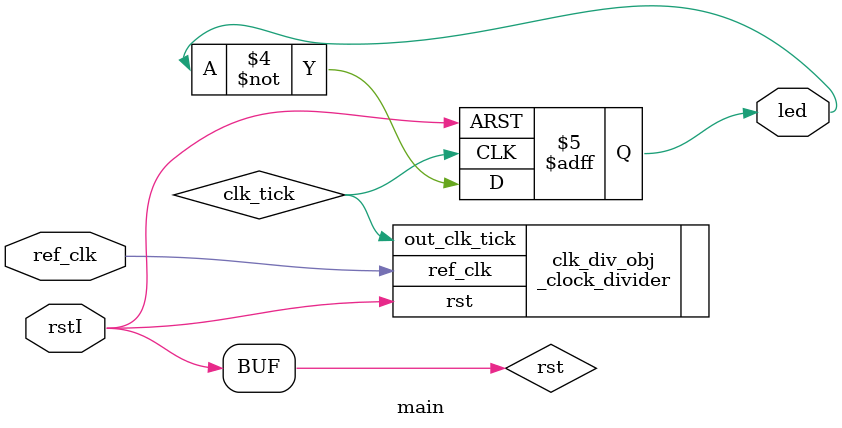
<source format=v>
module main(
    input ref_clk,        //12MHz clock
    input rstI,
    output reg led
);
    wire rst;
//    wire clk_pll;
    wire clk_tick;
    assign rst = rstI;

    //clock handling
    _clock_divider #(.CLK_ITER_MAX(12000000 - 1)) clk_div_obj(
        .ref_clk(ref_clk),
        .rst(rst),
//        .clk_pll(clk_pll),
        .out_clk_tick(clk_tick)
    );
    //LED handling
    always @ (posedge rst or posedge clk_tick) begin
        if (rst == 1'b1) begin
            led <= 1'b0;
        end else if (clk_tick == 1'b1) begin
            led <= ~led;
        end
    end
endmodule



</source>
